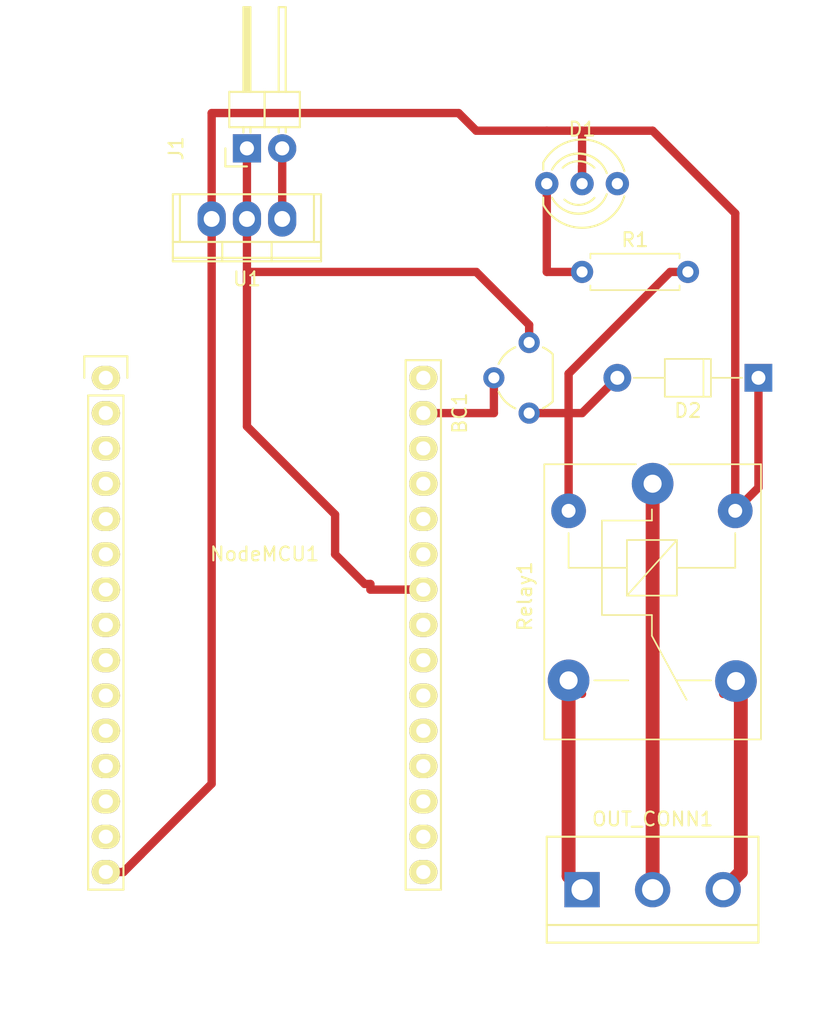
<source format=kicad_pcb>
(kicad_pcb (version 4) (host pcbnew 4.0.7)

  (general
    (links 16)
    (no_connects 0)
    (area 96.52 60.144999 156.210001 134.69)
    (thickness 1.6)
    (drawings 0)
    (tracks 53)
    (zones 0)
    (modules 9)
    (nets 37)
  )

  (page A4)
  (layers
    (0 F.Cu signal)
    (31 B.Cu signal)
    (32 B.Adhes user)
    (33 F.Adhes user)
    (34 B.Paste user)
    (35 F.Paste user)
    (36 B.SilkS user)
    (37 F.SilkS user)
    (38 B.Mask user)
    (39 F.Mask user)
    (40 Dwgs.User user)
    (41 Cmts.User user)
    (42 Eco1.User user)
    (43 Eco2.User user)
    (44 Edge.Cuts user)
    (45 Margin user)
    (46 B.CrtYd user)
    (47 F.CrtYd user)
    (48 B.Fab user)
    (49 F.Fab user)
  )

  (setup
    (last_trace_width 1)
    (trace_clearance 0.3)
    (zone_clearance 0.1)
    (zone_45_only no)
    (trace_min 0.6)
    (segment_width 0.2)
    (edge_width 0.1)
    (via_size 1)
    (via_drill 0.4)
    (via_min_size 0.6)
    (via_min_drill 0.3)
    (uvia_size 0.3)
    (uvia_drill 0.1)
    (uvias_allowed no)
    (uvia_min_size 0.2)
    (uvia_min_drill 0.1)
    (pcb_text_width 0.3)
    (pcb_text_size 1.5 1.5)
    (mod_edge_width 0.15)
    (mod_text_size 1 1)
    (mod_text_width 0.15)
    (pad_size 1.5 1.5)
    (pad_drill 0.6)
    (pad_to_mask_clearance 0)
    (aux_axis_origin 127 104.14)
    (visible_elements FFFFFF7F)
    (pcbplotparams
      (layerselection 0x00000_00000001)
      (usegerberextensions false)
      (excludeedgelayer true)
      (linewidth 0.100000)
      (plotframeref false)
      (viasonmask false)
      (mode 1)
      (useauxorigin false)
      (hpglpennumber 1)
      (hpglpenspeed 20)
      (hpglpendiameter 15)
      (hpglpenoverlay 2)
      (psnegative false)
      (psa4output false)
      (plotreference true)
      (plotvalue true)
      (plotinvisibletext false)
      (padsonsilk false)
      (subtractmaskfromsilk false)
      (outputformat 4)
      (mirror false)
      (drillshape 0)
      (scaleselection 1)
      (outputdirectory ""))
  )

  (net 0 "")
  (net 1 "Net-(BC1-Pad2)")
  (net 2 "Net-(BC1-Pad3)")
  (net 3 "Net-(BC1-Pad1)")
  (net 4 "Net-(J1-Pad2)")
  (net 5 "Net-(NodeMCU1-Pad1)")
  (net 6 "Net-(NodeMCU1-Pad2)")
  (net 7 "Net-(NodeMCU1-Pad3)")
  (net 8 "Net-(NodeMCU1-Pad4)")
  (net 9 "Net-(NodeMCU1-Pad5)")
  (net 10 "Net-(NodeMCU1-Pad6)")
  (net 11 "Net-(NodeMCU1-Pad7)")
  (net 12 "Net-(NodeMCU1-Pad8)")
  (net 13 "Net-(NodeMCU1-Pad9)")
  (net 14 "Net-(NodeMCU1-Pad11)")
  (net 15 "Net-(NodeMCU1-Pad12)")
  (net 16 "Net-(NodeMCU1-Pad13)")
  (net 17 "Net-(NodeMCU1-Pad14)")
  (net 18 "Net-(NodeMCU1-Pad30)")
  (net 19 "Net-(NodeMCU1-Pad18)")
  (net 20 "Net-(NodeMCU1-Pad17)")
  (net 21 "Net-(NodeMCU1-Pad19)")
  (net 22 "Net-(NodeMCU1-Pad25)")
  (net 23 "Net-(NodeMCU1-Pad26)")
  (net 24 "Net-(NodeMCU1-Pad16)")
  (net 25 "Net-(NodeMCU1-Pad22)")
  (net 26 "Net-(NodeMCU1-Pad23)")
  (net 27 "Net-(NodeMCU1-Pad21)")
  (net 28 "Net-(NodeMCU1-Pad20)")
  (net 29 "Net-(NodeMCU1-Pad28)")
  (net 30 "Net-(NodeMCU1-Pad27)")
  (net 31 "Net-(OUT_CONN1-Pad1)")
  (net 32 "Net-(OUT_CONN1-Pad2)")
  (net 33 "Net-(OUT_CONN1-Pad3)")
  (net 34 "Net-(D1-Pad1)")
  (net 35 "Net-(D1-Pad2)")
  (net 36 "Net-(NodeMCU1-Pad10)")

  (net_class Default "Esta es la clase de red por defecto."
    (clearance 0.3)
    (trace_width 1)
    (via_dia 1)
    (via_drill 0.4)
    (uvia_dia 0.3)
    (uvia_drill 0.1)
    (add_net "Net-(BC1-Pad1)")
    (add_net "Net-(BC1-Pad2)")
    (add_net "Net-(BC1-Pad3)")
    (add_net "Net-(D1-Pad1)")
    (add_net "Net-(D1-Pad2)")
    (add_net "Net-(J1-Pad2)")
    (add_net "Net-(NodeMCU1-Pad1)")
    (add_net "Net-(NodeMCU1-Pad10)")
    (add_net "Net-(NodeMCU1-Pad11)")
    (add_net "Net-(NodeMCU1-Pad12)")
    (add_net "Net-(NodeMCU1-Pad13)")
    (add_net "Net-(NodeMCU1-Pad14)")
    (add_net "Net-(NodeMCU1-Pad16)")
    (add_net "Net-(NodeMCU1-Pad17)")
    (add_net "Net-(NodeMCU1-Pad18)")
    (add_net "Net-(NodeMCU1-Pad19)")
    (add_net "Net-(NodeMCU1-Pad2)")
    (add_net "Net-(NodeMCU1-Pad20)")
    (add_net "Net-(NodeMCU1-Pad21)")
    (add_net "Net-(NodeMCU1-Pad22)")
    (add_net "Net-(NodeMCU1-Pad23)")
    (add_net "Net-(NodeMCU1-Pad25)")
    (add_net "Net-(NodeMCU1-Pad26)")
    (add_net "Net-(NodeMCU1-Pad27)")
    (add_net "Net-(NodeMCU1-Pad28)")
    (add_net "Net-(NodeMCU1-Pad3)")
    (add_net "Net-(NodeMCU1-Pad30)")
    (add_net "Net-(NodeMCU1-Pad4)")
    (add_net "Net-(NodeMCU1-Pad5)")
    (add_net "Net-(NodeMCU1-Pad6)")
    (add_net "Net-(NodeMCU1-Pad7)")
    (add_net "Net-(NodeMCU1-Pad8)")
    (add_net "Net-(NodeMCU1-Pad9)")
    (add_net "Net-(OUT_CONN1-Pad1)")
    (add_net "Net-(OUT_CONN1-Pad2)")
    (add_net "Net-(OUT_CONN1-Pad3)")
  )

  (module LEDs:LED-5MM-3 (layer F.Cu) (tedit 55A07F6D) (tstamp 5B71DC8B)
    (at 135.89 73.66)
    (descr "3-lead LED 5mm - Lead pitch 100mil (2,54mm)")
    (tags "LED led 5mm 5MM 100mil 2.54mm 3-lead")
    (path /5B6B7B28)
    (fp_text reference D1 (at 2.54508 -3.91668) (layer F.SilkS)
      (effects (font (size 1 1) (thickness 0.15)))
    )
    (fp_text value LED (at 2.58064 4.22148) (layer F.Fab)
      (effects (font (size 1 1) (thickness 0.15)))
    )
    (fp_arc (start 0 0) (end -0.5 1) (angle 125) (layer F.CrtYd) (width 0.05))
    (fp_arc (start 2.54 0) (end -0.5 -1.55) (angle 139) (layer F.CrtYd) (width 0.05))
    (fp_arc (start 5.08 0) (end 5.85 -0.8) (angle 90) (layer F.CrtYd) (width 0.05))
    (fp_arc (start 2.54 0) (end -0.5 1.55) (angle -139.8) (layer F.CrtYd) (width 0.05))
    (fp_arc (start 2.54 0) (end -0.254 1.51) (angle -135) (layer F.SilkS) (width 0.15))
    (fp_arc (start 2.54 0) (end -0.254 -1.51) (angle 135) (layer F.SilkS) (width 0.15))
    (fp_line (start -0.5 -1) (end -0.5 -1.55) (layer F.CrtYd) (width 0.05))
    (fp_line (start -0.5 1) (end -0.5 1.55) (layer F.CrtYd) (width 0.05))
    (fp_arc (start 2.286 0) (end 3.429 -1.143) (angle -90) (layer F.SilkS) (width 0.15))
    (fp_arc (start 2.286 0) (end 1.27 1.143) (angle -90) (layer F.SilkS) (width 0.15))
    (fp_arc (start 2.286 0) (end 0.381 1.016) (angle -90) (layer F.SilkS) (width 0.15))
    (fp_arc (start 2.286 0) (end 1.524 2.032) (angle -90) (layer F.SilkS) (width 0.15))
    (fp_arc (start 2.286 0) (end 4.318 -0.762) (angle -90) (layer F.SilkS) (width 0.15))
    (fp_arc (start 2.286 0) (end 3.302 -1.905) (angle -90) (layer F.SilkS) (width 0.15))
    (fp_arc (start 2.286 0) (end 0.762 1.524) (angle -90) (layer F.SilkS) (width 0.15))
    (fp_arc (start 2.286 0) (end 3.81 -1.524) (angle -90) (layer F.SilkS) (width 0.15))
    (fp_line (start -0.254 1) (end -0.254 1.51) (layer F.SilkS) (width 0.15))
    (fp_line (start -0.254 -1.51) (end -0.254 -1) (layer F.SilkS) (width 0.15))
    (pad 1 thru_hole circle (at 0 0 180) (size 1.6764 1.6764) (drill 0.8128) (layers *.Cu *.Mask)
      (net 34 "Net-(D1-Pad1)"))
    (pad 2 thru_hole circle (at 2.54 0 180) (size 1.6764 1.6764) (drill 0.8128) (layers *.Cu *.Mask)
      (net 35 "Net-(D1-Pad2)"))
    (pad 3 thru_hole circle (at 5.08 0 180) (size 1.6764 1.6764) (drill 0.8128) (layers *.Cu *.Mask))
    (model LEDs.3dshapes/LED-5MM-3.wrl
      (at (xyz 0.1 0 0))
      (scale (xyz 4 4 4))
      (rotate (xyz 0 0 180))
    )
  )

  (module Pin_Headers:Pin_Header_Angled_1x02 (layer F.Cu) (tedit 0) (tstamp 5B71DC91)
    (at 114.3 71.12 90)
    (descr "Through hole pin header")
    (tags "pin header")
    (path /5B71DCCD)
    (fp_text reference J1 (at 0 -5.1 90) (layer F.SilkS)
      (effects (font (size 1 1) (thickness 0.15)))
    )
    (fp_text value Conn_01x02 (at 0 -3.1 90) (layer F.Fab)
      (effects (font (size 1 1) (thickness 0.15)))
    )
    (fp_line (start -1.5 -1.75) (end -1.5 4.3) (layer F.CrtYd) (width 0.05))
    (fp_line (start 10.65 -1.75) (end 10.65 4.3) (layer F.CrtYd) (width 0.05))
    (fp_line (start -1.5 -1.75) (end 10.65 -1.75) (layer F.CrtYd) (width 0.05))
    (fp_line (start -1.5 4.3) (end 10.65 4.3) (layer F.CrtYd) (width 0.05))
    (fp_line (start -1.3 -1.55) (end -1.3 0) (layer F.SilkS) (width 0.15))
    (fp_line (start 0 -1.55) (end -1.3 -1.55) (layer F.SilkS) (width 0.15))
    (fp_line (start 4.191 -0.127) (end 10.033 -0.127) (layer F.SilkS) (width 0.15))
    (fp_line (start 10.033 -0.127) (end 10.033 0.127) (layer F.SilkS) (width 0.15))
    (fp_line (start 10.033 0.127) (end 4.191 0.127) (layer F.SilkS) (width 0.15))
    (fp_line (start 4.191 0.127) (end 4.191 0) (layer F.SilkS) (width 0.15))
    (fp_line (start 4.191 0) (end 10.033 0) (layer F.SilkS) (width 0.15))
    (fp_line (start 1.524 -0.254) (end 1.143 -0.254) (layer F.SilkS) (width 0.15))
    (fp_line (start 1.524 0.254) (end 1.143 0.254) (layer F.SilkS) (width 0.15))
    (fp_line (start 1.524 2.286) (end 1.143 2.286) (layer F.SilkS) (width 0.15))
    (fp_line (start 1.524 2.794) (end 1.143 2.794) (layer F.SilkS) (width 0.15))
    (fp_line (start 1.524 -1.27) (end 4.064 -1.27) (layer F.SilkS) (width 0.15))
    (fp_line (start 1.524 1.27) (end 4.064 1.27) (layer F.SilkS) (width 0.15))
    (fp_line (start 1.524 1.27) (end 1.524 3.81) (layer F.SilkS) (width 0.15))
    (fp_line (start 1.524 3.81) (end 4.064 3.81) (layer F.SilkS) (width 0.15))
    (fp_line (start 4.064 2.286) (end 10.16 2.286) (layer F.SilkS) (width 0.15))
    (fp_line (start 10.16 2.286) (end 10.16 2.794) (layer F.SilkS) (width 0.15))
    (fp_line (start 10.16 2.794) (end 4.064 2.794) (layer F.SilkS) (width 0.15))
    (fp_line (start 4.064 3.81) (end 4.064 1.27) (layer F.SilkS) (width 0.15))
    (fp_line (start 4.064 1.27) (end 4.064 -1.27) (layer F.SilkS) (width 0.15))
    (fp_line (start 10.16 0.254) (end 4.064 0.254) (layer F.SilkS) (width 0.15))
    (fp_line (start 10.16 -0.254) (end 10.16 0.254) (layer F.SilkS) (width 0.15))
    (fp_line (start 4.064 -0.254) (end 10.16 -0.254) (layer F.SilkS) (width 0.15))
    (fp_line (start 1.524 1.27) (end 4.064 1.27) (layer F.SilkS) (width 0.15))
    (fp_line (start 1.524 -1.27) (end 1.524 1.27) (layer F.SilkS) (width 0.15))
    (pad 1 thru_hole rect (at 0 0 90) (size 2.032 2.032) (drill 1.016) (layers *.Cu *.Mask)
      (net 2 "Net-(BC1-Pad3)"))
    (pad 2 thru_hole oval (at 0 2.54 90) (size 2.032 2.032) (drill 1.016) (layers *.Cu *.Mask)
      (net 4 "Net-(J1-Pad2)"))
    (model Pin_Headers.3dshapes/Pin_Header_Angled_1x02.wrl
      (at (xyz 0 -0.05 0))
      (scale (xyz 1 1 1))
      (rotate (xyz 0 0 90))
    )
  )

  (module nodemcu:NodeMCU_Amica_R2 (layer F.Cu) (tedit 5A22F9CB) (tstamp 5B71DCB7)
    (at 104.14 87.63)
    (descr "Through-hole-mounted NodeMCU 0.9")
    (tags nodemcu)
    (path /5B6B7953)
    (fp_text reference NodeMCU1 (at 11.43 12.68) (layer F.SilkS)
      (effects (font (size 1 1) (thickness 0.15)))
    )
    (fp_text value "NodeMCU1.0(ESP-12E)" (at 11.43 45.085) (layer F.Fab)
      (effects (font (size 2 2) (thickness 0.15)))
    )
    (fp_line (start 15.24 37.465) (end 15.24 42.545) (layer F.CrtYd) (width 0.15))
    (fp_line (start 7.62 37.465) (end 15.24 37.465) (layer F.CrtYd) (width 0.15))
    (fp_line (start 7.62 42.545) (end 7.62 37.465) (layer F.CrtYd) (width 0.15))
    (fp_line (start -1.905 42.545) (end -1.905 -6.35) (layer F.CrtYd) (width 0.15))
    (fp_line (start 24.765 42.545) (end -1.905 42.545) (layer F.CrtYd) (width 0.15))
    (fp_line (start 24.765 -6.35) (end 24.765 42.545) (layer F.CrtYd) (width 0.15))
    (fp_line (start -1.905 -6.35) (end 24.765 -6.35) (layer F.CrtYd) (width 0.15))
    (fp_line (start -1.27 1.27) (end -1.27 36.83) (layer F.SilkS) (width 0.15))
    (fp_line (start -1.27 36.83) (end 1.27 36.83) (layer F.SilkS) (width 0.15))
    (fp_line (start 1.27 36.83) (end 1.27 1.27) (layer F.SilkS) (width 0.15))
    (fp_line (start 1.55 -1.55) (end 1.55 0) (layer F.SilkS) (width 0.15))
    (fp_line (start 1.27 1.27) (end -1.27 1.27) (layer F.SilkS) (width 0.15))
    (fp_line (start -1.55 0) (end -1.55 -1.55) (layer F.SilkS) (width 0.15))
    (fp_line (start -1.55 -1.55) (end 1.55 -1.55) (layer F.SilkS) (width 0.15))
    (fp_line (start 21.59 36.83) (end 24.13 36.83) (layer F.SilkS) (width 0.15))
    (fp_line (start 21.59 -1.27) (end 21.59 36.83) (layer F.SilkS) (width 0.15))
    (fp_line (start 24.13 -1.27) (end 21.59 -1.27) (layer F.SilkS) (width 0.15))
    (fp_line (start 24.13 36.83) (end 24.13 -1.27) (layer F.SilkS) (width 0.15))
    (pad 1 thru_hole oval (at 0 0) (size 2.032 1.7272) (drill 1.016) (layers *.Cu *.Mask F.SilkS)
      (net 5 "Net-(NodeMCU1-Pad1)"))
    (pad 2 thru_hole oval (at 0 2.54) (size 2.032 1.7272) (drill 1.016) (layers *.Cu *.Mask F.SilkS)
      (net 6 "Net-(NodeMCU1-Pad2)"))
    (pad 3 thru_hole oval (at 0 5.08) (size 2.032 1.7272) (drill 1.016) (layers *.Cu *.Mask F.SilkS)
      (net 7 "Net-(NodeMCU1-Pad3)"))
    (pad 4 thru_hole oval (at 0 7.62) (size 2.032 1.7272) (drill 1.016) (layers *.Cu *.Mask F.SilkS)
      (net 8 "Net-(NodeMCU1-Pad4)"))
    (pad 5 thru_hole oval (at 0 10.16) (size 2.032 1.7272) (drill 1.016) (layers *.Cu *.Mask F.SilkS)
      (net 9 "Net-(NodeMCU1-Pad5)"))
    (pad 6 thru_hole oval (at 0 12.7) (size 2.032 1.7272) (drill 1.016) (layers *.Cu *.Mask F.SilkS)
      (net 10 "Net-(NodeMCU1-Pad6)"))
    (pad 7 thru_hole oval (at 0 15.24) (size 2.032 1.7272) (drill 1.016) (layers *.Cu *.Mask F.SilkS)
      (net 11 "Net-(NodeMCU1-Pad7)"))
    (pad 8 thru_hole oval (at 0 17.78) (size 2.032 1.7272) (drill 1.016) (layers *.Cu *.Mask F.SilkS)
      (net 12 "Net-(NodeMCU1-Pad8)"))
    (pad 9 thru_hole oval (at 0 20.32) (size 2.032 1.7272) (drill 1.016) (layers *.Cu *.Mask F.SilkS)
      (net 13 "Net-(NodeMCU1-Pad9)"))
    (pad 10 thru_hole oval (at 0 22.86) (size 2.032 1.7272) (drill 1.016) (layers *.Cu *.Mask F.SilkS)
      (net 36 "Net-(NodeMCU1-Pad10)"))
    (pad 11 thru_hole oval (at 0 25.4) (size 2.032 1.7272) (drill 1.016) (layers *.Cu *.Mask F.SilkS)
      (net 14 "Net-(NodeMCU1-Pad11)"))
    (pad 12 thru_hole oval (at 0 27.94) (size 2.032 1.7272) (drill 1.016) (layers *.Cu *.Mask F.SilkS)
      (net 15 "Net-(NodeMCU1-Pad12)"))
    (pad 13 thru_hole oval (at 0 30.48) (size 2.032 1.7272) (drill 1.016) (layers *.Cu *.Mask F.SilkS)
      (net 16 "Net-(NodeMCU1-Pad13)"))
    (pad 14 thru_hole oval (at 0 33.02) (size 2.032 1.7272) (drill 1.016) (layers *.Cu *.Mask F.SilkS)
      (net 17 "Net-(NodeMCU1-Pad14)"))
    (pad 15 thru_hole oval (at 0 35.56) (size 2.032 1.7272) (drill 1.016) (layers *.Cu *.Mask F.SilkS)
      (net 35 "Net-(D1-Pad2)"))
    (pad 30 thru_hole oval (at 22.86 0) (size 2.032 1.7272) (drill 1.016) (layers *.Cu *.Mask F.SilkS)
      (net 18 "Net-(NodeMCU1-Pad30)"))
    (pad 18 thru_hole oval (at 22.86 30.48) (size 2.032 1.7272) (drill 1.016) (layers *.Cu *.Mask F.SilkS)
      (net 19 "Net-(NodeMCU1-Pad18)"))
    (pad 17 thru_hole oval (at 22.86 33.02) (size 2.032 1.7272) (drill 1.016) (layers *.Cu *.Mask F.SilkS)
      (net 20 "Net-(NodeMCU1-Pad17)"))
    (pad 19 thru_hole oval (at 22.86 27.94) (size 2.032 1.7272) (drill 1.016) (layers *.Cu *.Mask F.SilkS)
      (net 21 "Net-(NodeMCU1-Pad19)"))
    (pad 25 thru_hole oval (at 22.86 12.7) (size 2.032 1.7272) (drill 1.016) (layers *.Cu *.Mask F.SilkS)
      (net 22 "Net-(NodeMCU1-Pad25)"))
    (pad 26 thru_hole oval (at 22.86 10.16) (size 2.032 1.7272) (drill 1.016) (layers *.Cu *.Mask F.SilkS)
      (net 23 "Net-(NodeMCU1-Pad26)"))
    (pad 24 thru_hole oval (at 22.86 15.24) (size 2.032 1.7272) (drill 1.016) (layers *.Cu *.Mask F.SilkS)
      (net 2 "Net-(BC1-Pad3)"))
    (pad 16 thru_hole oval (at 22.86 35.56) (size 2.032 1.7272) (drill 1.016) (layers *.Cu *.Mask F.SilkS)
      (net 24 "Net-(NodeMCU1-Pad16)"))
    (pad 22 thru_hole oval (at 22.86 20.32) (size 2.032 1.7272) (drill 1.016) (layers *.Cu *.Mask F.SilkS)
      (net 25 "Net-(NodeMCU1-Pad22)"))
    (pad 23 thru_hole oval (at 22.86 17.78) (size 2.032 1.7272) (drill 1.016) (layers *.Cu *.Mask F.SilkS)
      (net 26 "Net-(NodeMCU1-Pad23)"))
    (pad 21 thru_hole oval (at 22.86 22.86) (size 2.032 1.7272) (drill 1.016) (layers *.Cu *.Mask F.SilkS)
      (net 27 "Net-(NodeMCU1-Pad21)"))
    (pad 20 thru_hole oval (at 22.86 25.4) (size 2.032 1.7272) (drill 1.016) (layers *.Cu *.Mask F.SilkS)
      (net 28 "Net-(NodeMCU1-Pad20)"))
    (pad 28 thru_hole oval (at 22.86 5.08) (size 2.032 1.7272) (drill 1.016) (layers *.Cu *.Mask F.SilkS)
      (net 29 "Net-(NodeMCU1-Pad28)"))
    (pad 27 thru_hole oval (at 22.86 7.62) (size 2.032 1.7272) (drill 1.016) (layers *.Cu *.Mask F.SilkS)
      (net 30 "Net-(NodeMCU1-Pad27)"))
    (pad 29 thru_hole oval (at 22.86 2.54) (size 2.032 1.7272) (drill 1.016) (layers *.Cu *.Mask F.SilkS)
      (net 1 "Net-(BC1-Pad2)"))
    (pad "" np_thru_hole circle (at 0.8 39.38) (size 3.2 3.2) (drill 3.2) (layers *.Cu *.Mask))
    (pad "" np_thru_hole circle (at 22 39.38) (size 3.2 3.2) (drill 3.2) (layers *.Cu *.Mask))
    (pad "" np_thru_hole circle (at 22 -4.25) (size 3.2 3.2) (drill 3.2) (layers *.Cu *.Mask))
    (pad "" np_thru_hole circle (at 0.75 -4.25) (size 3.2 3.2) (drill 3.2) (layers *.Cu *.Mask))
  )

  (module Resistors_THT:R_Axial_DIN0207_L6.3mm_D2.5mm_P7.62mm_Horizontal (layer F.Cu) (tedit 5874F706) (tstamp 5B71DCBD)
    (at 138.43 80.01)
    (descr "Resistor, Axial_DIN0207 series, Axial, Horizontal, pin pitch=7.62mm, 0.25W = 1/4W, length*diameter=6.3*2.5mm^2, http://cdn-reichelt.de/documents/datenblatt/B400/1_4W%23YAG.pdf")
    (tags "Resistor Axial_DIN0207 series Axial Horizontal pin pitch 7.62mm 0.25W = 1/4W length 6.3mm diameter 2.5mm")
    (path /5B72235C)
    (fp_text reference R1 (at 3.81 -2.31) (layer F.SilkS)
      (effects (font (size 1 1) (thickness 0.15)))
    )
    (fp_text value R (at 3.81 2.31) (layer F.Fab)
      (effects (font (size 1 1) (thickness 0.15)))
    )
    (fp_line (start 0.66 -1.25) (end 0.66 1.25) (layer F.Fab) (width 0.1))
    (fp_line (start 0.66 1.25) (end 6.96 1.25) (layer F.Fab) (width 0.1))
    (fp_line (start 6.96 1.25) (end 6.96 -1.25) (layer F.Fab) (width 0.1))
    (fp_line (start 6.96 -1.25) (end 0.66 -1.25) (layer F.Fab) (width 0.1))
    (fp_line (start 0 0) (end 0.66 0) (layer F.Fab) (width 0.1))
    (fp_line (start 7.62 0) (end 6.96 0) (layer F.Fab) (width 0.1))
    (fp_line (start 0.6 -0.98) (end 0.6 -1.31) (layer F.SilkS) (width 0.12))
    (fp_line (start 0.6 -1.31) (end 7.02 -1.31) (layer F.SilkS) (width 0.12))
    (fp_line (start 7.02 -1.31) (end 7.02 -0.98) (layer F.SilkS) (width 0.12))
    (fp_line (start 0.6 0.98) (end 0.6 1.31) (layer F.SilkS) (width 0.12))
    (fp_line (start 0.6 1.31) (end 7.02 1.31) (layer F.SilkS) (width 0.12))
    (fp_line (start 7.02 1.31) (end 7.02 0.98) (layer F.SilkS) (width 0.12))
    (fp_line (start -1.05 -1.6) (end -1.05 1.6) (layer F.CrtYd) (width 0.05))
    (fp_line (start -1.05 1.6) (end 8.7 1.6) (layer F.CrtYd) (width 0.05))
    (fp_line (start 8.7 1.6) (end 8.7 -1.6) (layer F.CrtYd) (width 0.05))
    (fp_line (start 8.7 -1.6) (end -1.05 -1.6) (layer F.CrtYd) (width 0.05))
    (pad 1 thru_hole circle (at 0 0) (size 1.6 1.6) (drill 0.8) (layers *.Cu *.Mask)
      (net 34 "Net-(D1-Pad1)"))
    (pad 2 thru_hole oval (at 7.62 0) (size 1.6 1.6) (drill 0.8) (layers *.Cu *.Mask)
      (net 3 "Net-(BC1-Pad1)"))
    (model ${KISYS3DMOD}/Resistors_THT.3dshapes/R_Axial_DIN0207_L6.3mm_D2.5mm_P7.62mm_Horizontal.wrl
      (at (xyz 0 0 0))
      (scale (xyz 0.393701 0.393701 0.393701))
      (rotate (xyz 0 0 0))
    )
  )

  (module Power_Integrations:TO-220 (layer F.Cu) (tedit 0) (tstamp 5B71DCC4)
    (at 114.3 76.2 180)
    (descr "Non Isolated JEDEC TO-220 Package")
    (tags "Power Integration YN Package")
    (path /5B6B7A60)
    (fp_text reference U1 (at 0 -4.318 180) (layer F.SilkS)
      (effects (font (size 1 1) (thickness 0.15)))
    )
    (fp_text value L7805 (at 0 -4.318 180) (layer F.Fab)
      (effects (font (size 1 1) (thickness 0.15)))
    )
    (fp_line (start 4.826 -1.651) (end 4.826 1.778) (layer F.SilkS) (width 0.15))
    (fp_line (start -4.826 -1.651) (end -4.826 1.778) (layer F.SilkS) (width 0.15))
    (fp_line (start 5.334 -2.794) (end -5.334 -2.794) (layer F.SilkS) (width 0.15))
    (fp_line (start 1.778 -1.778) (end 1.778 -3.048) (layer F.SilkS) (width 0.15))
    (fp_line (start -1.778 -1.778) (end -1.778 -3.048) (layer F.SilkS) (width 0.15))
    (fp_line (start -5.334 -1.651) (end 5.334 -1.651) (layer F.SilkS) (width 0.15))
    (fp_line (start 5.334 1.778) (end -5.334 1.778) (layer F.SilkS) (width 0.15))
    (fp_line (start -5.334 -3.048) (end -5.334 1.778) (layer F.SilkS) (width 0.15))
    (fp_line (start 5.334 -3.048) (end 5.334 1.778) (layer F.SilkS) (width 0.15))
    (fp_line (start 5.334 -3.048) (end -5.334 -3.048) (layer F.SilkS) (width 0.15))
    (pad 2 thru_hole oval (at 0 0 180) (size 2.032 2.54) (drill 1.143) (layers *.Cu *.Mask)
      (net 2 "Net-(BC1-Pad3)"))
    (pad 3 thru_hole oval (at 2.54 0 180) (size 2.032 2.54) (drill 1.143) (layers *.Cu *.Mask)
      (net 35 "Net-(D1-Pad2)"))
    (pad 1 thru_hole oval (at -2.54 0 180) (size 2.032 2.54) (drill 1.143) (layers *.Cu *.Mask)
      (net 4 "Net-(J1-Pad2)"))
  )

  (module Connectors:bornier3 (layer F.Cu) (tedit 0) (tstamp 5B71E323)
    (at 143.51 124.46)
    (descr "Bornier d'alimentation 3 pins")
    (tags DEV)
    (path /5B71E61B)
    (fp_text reference OUT_CONN1 (at 0 -5.08) (layer F.SilkS)
      (effects (font (size 1 1) (thickness 0.15)))
    )
    (fp_text value Conn_01x03 (at 0 5.08) (layer F.Fab)
      (effects (font (size 1 1) (thickness 0.15)))
    )
    (fp_line (start -7.62 3.81) (end -7.62 -3.81) (layer F.SilkS) (width 0.15))
    (fp_line (start 7.62 3.81) (end 7.62 -3.81) (layer F.SilkS) (width 0.15))
    (fp_line (start -7.62 2.54) (end 7.62 2.54) (layer F.SilkS) (width 0.15))
    (fp_line (start -7.62 -3.81) (end 7.62 -3.81) (layer F.SilkS) (width 0.15))
    (fp_line (start -7.62 3.81) (end 7.62 3.81) (layer F.SilkS) (width 0.15))
    (pad 1 thru_hole rect (at -5.08 0) (size 2.54 2.54) (drill 1.524) (layers *.Cu *.Mask)
      (net 31 "Net-(OUT_CONN1-Pad1)"))
    (pad 2 thru_hole circle (at 0 0) (size 2.54 2.54) (drill 1.524) (layers *.Cu *.Mask)
      (net 32 "Net-(OUT_CONN1-Pad2)"))
    (pad 3 thru_hole circle (at 5.08 0) (size 2.54 2.54) (drill 1.524) (layers *.Cu *.Mask)
      (net 33 "Net-(OUT_CONN1-Pad3)"))
    (model Connect.3dshapes/bornier3.wrl
      (at (xyz 0 0 0))
      (scale (xyz 1 1 1))
      (rotate (xyz 0 0 0))
    )
  )

  (module Relays_THT:Relay_SPDT_SANYOU_SRD_Series_Form_C (layer F.Cu) (tedit 58FA3148) (tstamp 5B71E32C)
    (at 143.51 95.25 270)
    (descr "relay Sanyou SRD series Form C http://www.sanyourelay.ca/public/products/pdf/SRD.pdf")
    (tags "relay Sanyu SRD form C")
    (path /5B71E44B)
    (fp_text reference Relay1 (at 8.1 9.2 270) (layer F.SilkS)
      (effects (font (size 1 1) (thickness 0.15)))
    )
    (fp_text value SANYOU_SRD_Form_C (at 8 -9.6 270) (layer F.Fab)
      (effects (font (size 1 1) (thickness 0.15)))
    )
    (fp_line (start -1.4 1.2) (end -1.4 7.8) (layer F.SilkS) (width 0.12))
    (fp_line (start -1.4 -7.8) (end -1.4 -1.2) (layer F.SilkS) (width 0.12))
    (fp_line (start -1.4 -7.8) (end 18.4 -7.8) (layer F.SilkS) (width 0.12))
    (fp_line (start 18.4 -7.8) (end 18.4 7.8) (layer F.SilkS) (width 0.12))
    (fp_line (start 18.4 7.8) (end -1.4 7.8) (layer F.SilkS) (width 0.12))
    (fp_text user 1 (at 0 -2.3 270) (layer F.Fab)
      (effects (font (size 1 1) (thickness 0.15)))
    )
    (fp_line (start -1.3 -7.7) (end 18.3 -7.7) (layer F.Fab) (width 0.12))
    (fp_line (start 18.3 -7.7) (end 18.3 7.7) (layer F.Fab) (width 0.12))
    (fp_line (start 18.3 7.7) (end -1.3 7.7) (layer F.Fab) (width 0.12))
    (fp_line (start -1.3 7.7) (end -1.3 -7.7) (layer F.Fab) (width 0.12))
    (fp_text user %R (at 7.1 0.025 270) (layer F.Fab)
      (effects (font (size 1 1) (thickness 0.15)))
    )
    (fp_line (start 18.55 -7.95) (end -1.55 -7.95) (layer F.CrtYd) (width 0.05))
    (fp_line (start -1.55 7.95) (end -1.55 -7.95) (layer F.CrtYd) (width 0.05))
    (fp_line (start 18.55 -7.95) (end 18.55 7.95) (layer F.CrtYd) (width 0.05))
    (fp_line (start -1.55 7.95) (end 18.55 7.95) (layer F.CrtYd) (width 0.05))
    (fp_line (start 14.15 4.2) (end 14.15 1.75) (layer F.SilkS) (width 0.12))
    (fp_line (start 14.15 -4.2) (end 14.15 -1.7) (layer F.SilkS) (width 0.12))
    (fp_line (start 3.55 6.05) (end 6.05 6.05) (layer F.SilkS) (width 0.12))
    (fp_line (start 2.65 0.05) (end 1.85 0.05) (layer F.SilkS) (width 0.12))
    (fp_line (start 6.05 -5.95) (end 3.55 -5.95) (layer F.SilkS) (width 0.12))
    (fp_line (start 9.45 0.05) (end 10.95 0.05) (layer F.SilkS) (width 0.12))
    (fp_line (start 10.95 0.05) (end 15.55 -2.45) (layer F.SilkS) (width 0.12))
    (fp_line (start 9.45 3.65) (end 2.65 3.65) (layer F.SilkS) (width 0.12))
    (fp_line (start 9.45 0.05) (end 9.45 3.65) (layer F.SilkS) (width 0.12))
    (fp_line (start 2.65 0.05) (end 2.65 3.65) (layer F.SilkS) (width 0.12))
    (fp_line (start 6.05 -5.95) (end 6.05 -1.75) (layer F.SilkS) (width 0.12))
    (fp_line (start 6.05 1.85) (end 6.05 6.05) (layer F.SilkS) (width 0.12))
    (fp_line (start 8.05 1.85) (end 4.05 -1.75) (layer F.SilkS) (width 0.12))
    (fp_line (start 4.05 1.85) (end 4.05 -1.75) (layer F.SilkS) (width 0.12))
    (fp_line (start 4.05 -1.75) (end 8.05 -1.75) (layer F.SilkS) (width 0.12))
    (fp_line (start 8.05 -1.75) (end 8.05 1.85) (layer F.SilkS) (width 0.12))
    (fp_line (start 8.05 1.85) (end 4.05 1.85) (layer F.SilkS) (width 0.12))
    (pad 2 thru_hole circle (at 1.95 6.05) (size 2.5 2.5) (drill 1) (layers *.Cu *.Mask)
      (net 3 "Net-(BC1-Pad1)"))
    (pad 3 thru_hole circle (at 14.15 6.05) (size 3 3) (drill 1.3) (layers *.Cu *.Mask)
      (net 31 "Net-(OUT_CONN1-Pad1)"))
    (pad 4 thru_hole circle (at 14.2 -6) (size 3 3) (drill 1.3) (layers *.Cu *.Mask)
      (net 33 "Net-(OUT_CONN1-Pad3)"))
    (pad 5 thru_hole circle (at 1.95 -5.95) (size 2.5 2.5) (drill 1) (layers *.Cu *.Mask)
      (net 35 "Net-(D1-Pad2)"))
    (pad 1 thru_hole circle (at 0 0) (size 3 3) (drill 1.3) (layers *.Cu *.Mask)
      (net 32 "Net-(OUT_CONN1-Pad2)"))
    (model ${KISYS3DMOD}/Relays_THT.3dshapes/Relay_SPDT_SANYOU_SRD_Series_Form_C.wrl
      (at (xyz 0 0 0))
      (scale (xyz 1 1 1))
      (rotate (xyz 0 0 0))
    )
  )

  (module Diodes_THT:D_T-1_P10.16mm_Horizontal (layer F.Cu) (tedit 5921392F) (tstamp 5B71E3F0)
    (at 151.13 87.63 180)
    (descr "D, T-1 series, Axial, Horizontal, pin pitch=10.16mm, , length*diameter=3.2*2.6mm^2, , http://www.diodes.com/_files/packages/T-1.pdf")
    (tags "D T-1 series Axial Horizontal pin pitch 10.16mm  length 3.2mm diameter 2.6mm")
    (path /5B71E919)
    (fp_text reference D2 (at 5.08 -2.36 180) (layer F.SilkS)
      (effects (font (size 1 1) (thickness 0.15)))
    )
    (fp_text value D (at 5.08 2.36 180) (layer F.Fab)
      (effects (font (size 1 1) (thickness 0.15)))
    )
    (fp_text user %R (at 5.08 0 180) (layer F.Fab)
      (effects (font (size 1 1) (thickness 0.15)))
    )
    (fp_line (start 3.48 -1.3) (end 3.48 1.3) (layer F.Fab) (width 0.1))
    (fp_line (start 3.48 1.3) (end 6.68 1.3) (layer F.Fab) (width 0.1))
    (fp_line (start 6.68 1.3) (end 6.68 -1.3) (layer F.Fab) (width 0.1))
    (fp_line (start 6.68 -1.3) (end 3.48 -1.3) (layer F.Fab) (width 0.1))
    (fp_line (start 0 0) (end 3.48 0) (layer F.Fab) (width 0.1))
    (fp_line (start 10.16 0) (end 6.68 0) (layer F.Fab) (width 0.1))
    (fp_line (start 3.96 -1.3) (end 3.96 1.3) (layer F.Fab) (width 0.1))
    (fp_line (start 3.42 -1.36) (end 3.42 1.36) (layer F.SilkS) (width 0.12))
    (fp_line (start 3.42 1.36) (end 6.74 1.36) (layer F.SilkS) (width 0.12))
    (fp_line (start 6.74 1.36) (end 6.74 -1.36) (layer F.SilkS) (width 0.12))
    (fp_line (start 6.74 -1.36) (end 3.42 -1.36) (layer F.SilkS) (width 0.12))
    (fp_line (start 1.18 0) (end 3.42 0) (layer F.SilkS) (width 0.12))
    (fp_line (start 8.98 0) (end 6.74 0) (layer F.SilkS) (width 0.12))
    (fp_line (start 3.96 -1.36) (end 3.96 1.36) (layer F.SilkS) (width 0.12))
    (fp_line (start -1.25 -1.65) (end -1.25 1.65) (layer F.CrtYd) (width 0.05))
    (fp_line (start -1.25 1.65) (end 11.45 1.65) (layer F.CrtYd) (width 0.05))
    (fp_line (start 11.45 1.65) (end 11.45 -1.65) (layer F.CrtYd) (width 0.05))
    (fp_line (start 11.45 -1.65) (end -1.25 -1.65) (layer F.CrtYd) (width 0.05))
    (pad 1 thru_hole rect (at 0 0 180) (size 2 2) (drill 1) (layers *.Cu *.Mask)
      (net 35 "Net-(D1-Pad2)"))
    (pad 2 thru_hole oval (at 10.16 0 180) (size 2 2) (drill 1) (layers *.Cu *.Mask)
      (net 3 "Net-(BC1-Pad1)"))
    (model ${KISYS3DMOD}/Diodes_THT.3dshapes/D_T-1_P10.16mm_Horizontal.wrl
      (at (xyz 0 0 0))
      (scale (xyz 0.393701 0.393701 0.393701))
      (rotate (xyz 0 0 0))
    )
  )

  (module TO_SOT_Packages_THT:TO-92_Molded_Wide (layer F.Cu) (tedit 54F243CD) (tstamp 5B71E8A9)
    (at 134.62 90.17 90)
    (descr "TO-92 leads molded, wide, drill 0.8mm (see NXP sot054_po.pdf)")
    (tags "to-92 sc-43 sc-43a sot54 PA33 transistor")
    (path /5B6B7B49)
    (fp_text reference BC1 (at 0 -5 270) (layer F.SilkS)
      (effects (font (size 1 1) (thickness 0.15)))
    )
    (fp_text value BC548 (at 0 3 90) (layer F.Fab)
      (effects (font (size 1 1) (thickness 0.15)))
    )
    (fp_arc (start 2.54 0) (end 0.34 -1) (angle 41.11209044) (layer F.SilkS) (width 0.15))
    (fp_arc (start 2.54 0) (end 4.74 -1) (angle -41.11210221) (layer F.SilkS) (width 0.15))
    (fp_arc (start 2.54 0) (end 0.84 1.7) (angle 20.5) (layer F.SilkS) (width 0.15))
    (fp_arc (start 2.54 0) (end 4.24 1.7) (angle -20.5) (layer F.SilkS) (width 0.15))
    (fp_line (start -1 1.95) (end -1 -3.55) (layer F.CrtYd) (width 0.05))
    (fp_line (start -1 1.95) (end 6.1 1.95) (layer F.CrtYd) (width 0.05))
    (fp_line (start 0.84 1.7) (end 4.24 1.7) (layer F.SilkS) (width 0.15))
    (fp_line (start -1 -3.55) (end 6.1 -3.55) (layer F.CrtYd) (width 0.05))
    (fp_line (start 6.1 1.95) (end 6.1 -3.55) (layer F.CrtYd) (width 0.05))
    (pad 2 thru_hole circle (at 2.54 -2.54 180) (size 1.524 1.524) (drill 0.8) (layers *.Cu *.Mask)
      (net 1 "Net-(BC1-Pad2)"))
    (pad 3 thru_hole circle (at 5.08 0 180) (size 1.524 1.524) (drill 0.8) (layers *.Cu *.Mask)
      (net 2 "Net-(BC1-Pad3)"))
    (pad 1 thru_hole circle (at 0 0 180) (size 1.524 1.524) (drill 0.8) (layers *.Cu *.Mask)
      (net 3 "Net-(BC1-Pad1)"))
    (model TO_SOT_Packages_THT.3dshapes/TO-92_Molded_Wide.wrl
      (at (xyz 0.1 0 0))
      (scale (xyz 1 1 1))
      (rotate (xyz 0 0 -90))
    )
  )

  (segment (start 132.08 90.17) (end 132.08 87.63) (width 0.6) (layer F.Cu) (net 1) (tstamp 5B7221C1))
  (segment (start 127 90.17) (end 132.08 90.17) (width 0.6) (layer F.Cu) (net 1))
  (segment (start 123.19 102.4636) (end 123.19 102.87) (width 0.6) (layer F.Cu) (net 2))
  (segment (start 123.19 102.87) (end 127 102.87) (width 0.6) (layer F.Cu) (net 2) (tstamp 5B7220AB))
  (segment (start 127 102.87) (end 125.73 102.87) (width 0.6) (layer F.Cu) (net 2) (tstamp 5B7220AC))
  (segment (start 114.3 80.01) (end 114.3 91.1225) (width 0.6) (layer F.Cu) (net 2))
  (segment (start 122.7836 102.4636) (end 123.19 102.4636) (width 0.6) (layer F.Cu) (net 2) (tstamp 5B721FFB))
  (segment (start 120.65 100.33) (end 122.7836 102.4636) (width 0.6) (layer F.Cu) (net 2) (tstamp 5B721FF9))
  (segment (start 120.65 97.4725) (end 120.65 100.33) (width 0.6) (layer F.Cu) (net 2) (tstamp 5B721FF7))
  (segment (start 114.3 91.1225) (end 120.65 97.4725) (width 0.6) (layer F.Cu) (net 2) (tstamp 5B721FF3))
  (segment (start 114.3 76.2) (end 114.3 71.12) (width 0.6) (layer F.Cu) (net 2))
  (segment (start 114.3 76.2) (end 114.3 80.01) (width 0.6) (layer F.Cu) (net 2))
  (segment (start 134.62 83.82) (end 134.62 85.09) (width 0.6) (layer F.Cu) (net 2) (tstamp 5B721F2A))
  (segment (start 130.81 80.01) (end 134.62 83.82) (width 0.6) (layer F.Cu) (net 2) (tstamp 5B721F28))
  (segment (start 114.3 80.01) (end 130.81 80.01) (width 0.6) (layer F.Cu) (net 2) (tstamp 5B721F27))
  (segment (start 137.46 90.17) (end 137.46 87.33) (width 0.6) (layer F.Cu) (net 3))
  (segment (start 144.78 80.01) (end 146.05 80.01) (width 0.6) (layer F.Cu) (net 3) (tstamp 5B721F0C))
  (segment (start 137.46 87.33) (end 144.78 80.01) (width 0.6) (layer F.Cu) (net 3) (tstamp 5B721F0A))
  (segment (start 137.46 97.2) (end 137.46 90.17) (width 0.6) (layer F.Cu) (net 3))
  (segment (start 134.62 90.17) (end 137.46 90.17) (width 0.6) (layer F.Cu) (net 3))
  (segment (start 137.46 90.17) (end 138.43 90.17) (width 0.6) (layer F.Cu) (net 3) (tstamp 5B721EB6))
  (segment (start 138.43 90.17) (end 140.97 87.63) (width 0.6) (layer F.Cu) (net 3) (tstamp 5B721EAE))
  (segment (start 116.84 76.2) (end 116.84 71.12) (width 0.6) (layer F.Cu) (net 4))
  (segment (start 137.46 109.4) (end 137.46 123.49) (width 1) (layer F.Cu) (net 31))
  (segment (start 137.46 123.49) (end 138.43 124.46) (width 1) (layer F.Cu) (net 31) (tstamp 5B72284B))
  (segment (start 137.46 123.49) (end 138.43 124.46) (width 0.6) (layer F.Cu) (net 31) (tstamp 5B722813))
  (segment (start 137.46 123.49) (end 138.43 124.46) (width 0.6) (layer F.Cu) (net 31) (tstamp 5B72279B))
  (segment (start 138.43 110.37) (end 137.46 109.4) (width 0.6) (layer F.Cu) (net 31) (tstamp 5B71E38E))
  (segment (start 143.51 124.46) (end 143.51 95.25) (width 1) (layer F.Cu) (net 32))
  (segment (start 148.59 124.46) (end 149.86 123.19) (width 1) (layer F.Cu) (net 33))
  (segment (start 149.86 123.19) (end 149.86 109.8) (width 1) (layer F.Cu) (net 33) (tstamp 5B722855))
  (segment (start 149.86 109.8) (end 149.51 109.45) (width 1) (layer F.Cu) (net 33) (tstamp 5B722858))
  (segment (start 149.86 109.8) (end 149.51 109.45) (width 0.6) (layer F.Cu) (net 33) (tstamp 5B7227AA))
  (segment (start 148.59 110.37) (end 149.51 109.45) (width 0.6) (layer F.Cu) (net 33) (tstamp 5B71E38A))
  (segment (start 135.89 73.66) (end 135.89 80.01) (width 0.6) (layer F.Cu) (net 34))
  (segment (start 135.89 80.01) (end 138.43 80.01) (width 0.6) (layer F.Cu) (net 34) (tstamp 5B7221A2))
  (segment (start 138.43 73.66) (end 138.43 69.85) (width 0.6) (layer F.Cu) (net 35))
  (segment (start 138.43 72.39) (end 138.43 73.66) (width 0.6) (layer F.Cu) (net 35) (tstamp 5B721E44))
  (segment (start 111.76 76.2) (end 111.76 116.84) (width 0.6) (layer F.Cu) (net 35))
  (segment (start 111.76 116.84) (end 106.68 121.92) (width 0.6) (layer F.Cu) (net 35) (tstamp 5B7220C8))
  (segment (start 104.14 123.19) (end 105.41 123.19) (width 0.6) (layer F.Cu) (net 35))
  (segment (start 105.41 123.19) (end 106.68 121.92) (width 0.6) (layer F.Cu) (net 35) (tstamp 5B7220B3))
  (segment (start 106.68 121.92) (end 105.41 123.19) (width 0.6) (layer F.Cu) (net 35) (tstamp 5B7220B4))
  (segment (start 151.13 87.63) (end 151.13 95.53) (width 0.6) (layer F.Cu) (net 35))
  (segment (start 151.13 95.53) (end 149.46 97.2) (width 0.6) (layer F.Cu) (net 35) (tstamp 5B722002))
  (segment (start 111.76 76.2) (end 111.76 68.58) (width 0.6) (layer F.Cu) (net 35))
  (segment (start 135.89 69.85) (end 138.43 69.85) (width 0.6) (layer F.Cu) (net 35))
  (segment (start 111.76 68.58) (end 129.54 68.58) (width 0.6) (layer F.Cu) (net 35) (tstamp 5B721FE8))
  (segment (start 129.54 68.58) (end 130.81 69.85) (width 0.6) (layer F.Cu) (net 35) (tstamp 5B721FE9))
  (segment (start 130.81 69.85) (end 135.89 69.85) (width 0.6) (layer F.Cu) (net 35) (tstamp 5B721FEA))
  (segment (start 138.43 69.85) (end 143.51 69.85) (width 0.6) (layer F.Cu) (net 35) (tstamp 5B722193))
  (segment (start 143.51 69.85) (end 149.46 75.8) (width 0.6) (layer F.Cu) (net 35) (tstamp 5B721E4B))
  (segment (start 149.46 75.8) (end 149.46 97.2) (width 0.6) (layer F.Cu) (net 35) (tstamp 5B721E4F))

  (zone (net 0) (net_name "") (layer F.Cu) (tstamp 5B7220E4) (hatch edge 0.508)
    (connect_pads (clearance 0.1))
    (min_thickness 0.05)
    (fill (arc_segments 16) (thermal_gap 0.05) (thermal_bridge_width 0.9))
    (polygon
      (pts
        (xy 154.94 63.5) (xy 96.52 63.5) (xy 96.52 133.35) (xy 156.21 133.35) (xy 156.21 63.5)
        (xy 154.94 63.5) (xy 151.13 63.5)
      )
    )
  )
)

</source>
